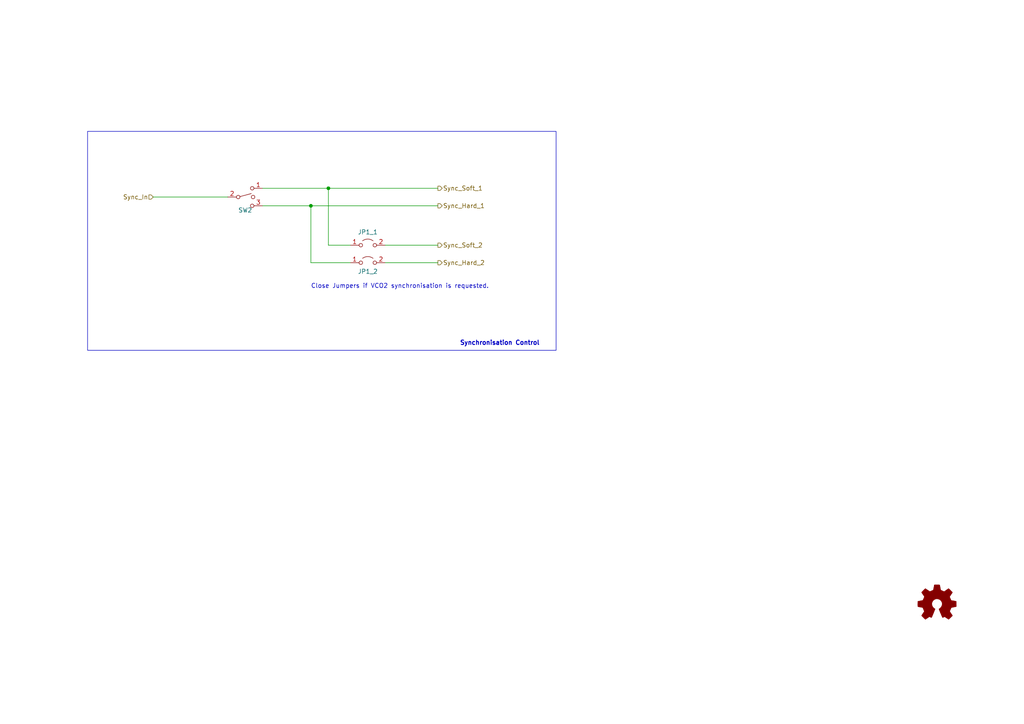
<source format=kicad_sch>
(kicad_sch (version 20230121) (generator eeschema)

  (uuid afd77ca3-218f-4831-bc8e-41d1a51b0453)

  (paper "A4")

  (title_block
    (title "2MoreVO")
    (date "2024-07-09")
    (rev "1.0")
    (company "ImooDi")
    (comment 1 "CC BY-NC-SA")
  )

  (lib_symbols
    (symbol "Graphic:Logo_Open_Hardware_Small" (in_bom no) (on_board no)
      (property "Reference" "#SYM" (at 0 6.985 0)
        (effects (font (size 1.27 1.27)) hide)
      )
      (property "Value" "Logo_Open_Hardware_Small" (at 0 -5.715 0)
        (effects (font (size 1.27 1.27)) hide)
      )
      (property "Footprint" "" (at 0 0 0)
        (effects (font (size 1.27 1.27)) hide)
      )
      (property "Datasheet" "~" (at 0 0 0)
        (effects (font (size 1.27 1.27)) hide)
      )
      (property "Sim.Enable" "0" (at 0 0 0)
        (effects (font (size 1.27 1.27)) hide)
      )
      (property "ki_keywords" "Logo" (at 0 0 0)
        (effects (font (size 1.27 1.27)) hide)
      )
      (property "ki_description" "Open Hardware logo, small" (at 0 0 0)
        (effects (font (size 1.27 1.27)) hide)
      )
      (symbol "Logo_Open_Hardware_Small_0_1"
        (polyline
          (pts
            (xy 3.3528 -4.3434)
            (xy 3.302 -4.318)
            (xy 3.175 -4.2418)
            (xy 2.9972 -4.1148)
            (xy 2.7686 -3.9624)
            (xy 2.54 -3.81)
            (xy 2.3622 -3.7084)
            (xy 2.2352 -3.6068)
            (xy 2.1844 -3.5814)
            (xy 2.159 -3.6068)
            (xy 2.0574 -3.6576)
            (xy 1.905 -3.7338)
            (xy 1.8034 -3.7846)
            (xy 1.6764 -3.8354)
            (xy 1.6002 -3.8354)
            (xy 1.6002 -3.8354)
            (xy 1.5494 -3.7338)
            (xy 1.4732 -3.5306)
            (xy 1.3462 -3.302)
            (xy 1.2446 -3.0226)
            (xy 1.1176 -2.7178)
            (xy 0.9652 -2.413)
            (xy 0.8636 -2.1082)
            (xy 0.7366 -1.8288)
            (xy 0.6604 -1.6256)
            (xy 0.6096 -1.4732)
            (xy 0.5842 -1.397)
            (xy 0.5842 -1.397)
            (xy 0.6604 -1.3208)
            (xy 0.7874 -1.2446)
            (xy 1.0414 -1.016)
            (xy 1.2954 -0.6858)
            (xy 1.4478 -0.3302)
            (xy 1.524 0.0762)
            (xy 1.4732 0.4572)
            (xy 1.3208 0.8128)
            (xy 1.0668 1.143)
            (xy 0.762 1.3716)
            (xy 0.4064 1.524)
            (xy 0 1.5748)
            (xy -0.381 1.5494)
            (xy -0.7366 1.397)
            (xy -1.0668 1.143)
            (xy -1.2192 0.9906)
            (xy -1.397 0.6604)
            (xy -1.524 0.3048)
            (xy -1.524 0.2286)
            (xy -1.4986 -0.1778)
            (xy -1.397 -0.5334)
            (xy -1.1938 -0.8636)
            (xy -0.9144 -1.143)
            (xy -0.8636 -1.1684)
            (xy -0.7366 -1.27)
            (xy -0.635 -1.3462)
            (xy -0.5842 -1.397)
            (xy -1.0668 -2.5908)
            (xy -1.143 -2.794)
            (xy -1.2954 -3.1242)
            (xy -1.397 -3.4036)
            (xy -1.4986 -3.6322)
            (xy -1.5748 -3.7846)
            (xy -1.6002 -3.8354)
            (xy -1.6002 -3.8354)
            (xy -1.651 -3.8354)
            (xy -1.7272 -3.81)
            (xy -1.905 -3.7338)
            (xy -2.0066 -3.683)
            (xy -2.1336 -3.6068)
            (xy -2.2098 -3.5814)
            (xy -2.2606 -3.6068)
            (xy -2.3622 -3.683)
            (xy -2.54 -3.81)
            (xy -2.7686 -3.9624)
            (xy -2.9718 -4.0894)
            (xy -3.1496 -4.2164)
            (xy -3.302 -4.318)
            (xy -3.3528 -4.3434)
            (xy -3.3782 -4.3434)
            (xy -3.429 -4.318)
            (xy -3.5306 -4.2164)
            (xy -3.7084 -4.064)
            (xy -3.937 -3.8354)
            (xy -3.9624 -3.81)
            (xy -4.1656 -3.6068)
            (xy -4.318 -3.4544)
            (xy -4.4196 -3.3274)
            (xy -4.445 -3.2766)
            (xy -4.445 -3.2766)
            (xy -4.4196 -3.2258)
            (xy -4.318 -3.0734)
            (xy -4.2164 -2.8956)
            (xy -4.064 -2.667)
            (xy -3.6576 -2.0828)
            (xy -3.8862 -1.5494)
            (xy -3.937 -1.3716)
            (xy -4.0386 -1.1684)
            (xy -4.0894 -1.0414)
            (xy -4.1148 -0.9652)
            (xy -4.191 -0.9398)
            (xy -4.318 -0.9144)
            (xy -4.5466 -0.8636)
            (xy -4.8006 -0.8128)
            (xy -5.0546 -0.7874)
            (xy -5.2578 -0.7366)
            (xy -5.4356 -0.7112)
            (xy -5.5118 -0.6858)
            (xy -5.5118 -0.6858)
            (xy -5.5372 -0.635)
            (xy -5.5372 -0.5588)
            (xy -5.5372 -0.4318)
            (xy -5.5626 -0.2286)
            (xy -5.5626 0.0762)
            (xy -5.5626 0.127)
            (xy -5.5372 0.4064)
            (xy -5.5372 0.635)
            (xy -5.5372 0.762)
            (xy -5.5372 0.8382)
            (xy -5.5372 0.8382)
            (xy -5.461 0.8382)
            (xy -5.3086 0.889)
            (xy -5.08 0.9144)
            (xy -4.826 0.9652)
            (xy -4.8006 0.9906)
            (xy -4.5466 1.0414)
            (xy -4.318 1.0668)
            (xy -4.1656 1.1176)
            (xy -4.0894 1.143)
            (xy -4.0894 1.143)
            (xy -4.0386 1.2446)
            (xy -3.9624 1.4224)
            (xy -3.8608 1.6256)
            (xy -3.7846 1.8288)
            (xy -3.7084 2.0066)
            (xy -3.6576 2.159)
            (xy -3.6322 2.2098)
            (xy -3.6322 2.2098)
            (xy -3.683 2.286)
            (xy -3.7592 2.413)
            (xy -3.8862 2.5908)
            (xy -4.064 2.8194)
            (xy -4.064 2.8448)
            (xy -4.2164 3.0734)
            (xy -4.3434 3.2512)
            (xy -4.4196 3.3782)
            (xy -4.445 3.4544)
            (xy -4.445 3.4544)
            (xy -4.3942 3.5052)
            (xy -4.2926 3.6322)
            (xy -4.1148 3.81)
            (xy -3.937 4.0132)
            (xy -3.8608 4.064)
            (xy -3.6576 4.2926)
            (xy -3.5052 4.4196)
            (xy -3.4036 4.4958)
            (xy -3.3528 4.5212)
            (xy -3.3528 4.5212)
            (xy -3.302 4.4704)
            (xy -3.1496 4.3688)
            (xy -2.9718 4.2418)
            (xy -2.7432 4.0894)
            (xy -2.7178 4.0894)
            (xy -2.4892 3.937)
            (xy -2.3114 3.81)
            (xy -2.1844 3.7084)
            (xy -2.1336 3.683)
            (xy -2.1082 3.683)
            (xy -2.032 3.7084)
            (xy -1.8542 3.7592)
            (xy -1.6764 3.8354)
            (xy -1.4732 3.937)
            (xy -1.27 4.0132)
            (xy -1.143 4.064)
            (xy -1.0668 4.1148)
            (xy -1.0668 4.1148)
            (xy -1.0414 4.191)
            (xy -1.016 4.3434)
            (xy -0.9652 4.572)
            (xy -0.9144 4.8514)
            (xy -0.889 4.9022)
            (xy -0.8382 5.1562)
            (xy -0.8128 5.3848)
            (xy -0.7874 5.5372)
            (xy -0.762 5.588)
            (xy -0.7112 5.6134)
            (xy -0.5842 5.6134)
            (xy -0.4064 5.6134)
            (xy -0.1524 5.6134)
            (xy 0.0762 5.6134)
            (xy 0.3302 5.6134)
            (xy 0.5334 5.6134)
            (xy 0.6858 5.588)
            (xy 0.7366 5.588)
            (xy 0.7366 5.588)
            (xy 0.762 5.5118)
            (xy 0.8128 5.334)
            (xy 0.8382 5.1054)
            (xy 0.9144 4.826)
            (xy 0.9144 4.7752)
            (xy 0.9652 4.5212)
            (xy 1.016 4.2926)
            (xy 1.0414 4.1402)
            (xy 1.0668 4.0894)
            (xy 1.0668 4.0894)
            (xy 1.1938 4.0386)
            (xy 1.3716 3.9624)
            (xy 1.5748 3.8608)
            (xy 2.0828 3.6576)
            (xy 2.7178 4.0894)
            (xy 2.7686 4.1402)
            (xy 2.9972 4.2926)
            (xy 3.175 4.4196)
            (xy 3.302 4.4958)
            (xy 3.3782 4.5212)
            (xy 3.3782 4.5212)
            (xy 3.429 4.4704)
            (xy 3.556 4.3434)
            (xy 3.7338 4.191)
            (xy 3.9116 3.9878)
            (xy 4.064 3.8354)
            (xy 4.2418 3.6576)
            (xy 4.3434 3.556)
            (xy 4.4196 3.4798)
            (xy 4.4196 3.429)
            (xy 4.4196 3.4036)
            (xy 4.3942 3.3274)
            (xy 4.2926 3.2004)
            (xy 4.1656 2.9972)
            (xy 4.0132 2.794)
            (xy 3.8862 2.5908)
            (xy 3.7592 2.3876)
            (xy 3.6576 2.2352)
            (xy 3.6322 2.159)
            (xy 3.6322 2.1336)
            (xy 3.683 2.0066)
            (xy 3.7592 1.8288)
            (xy 3.8608 1.6002)
            (xy 4.064 1.1176)
            (xy 4.3942 1.0414)
            (xy 4.5974 1.016)
            (xy 4.8768 0.9652)
            (xy 5.1308 0.9144)
            (xy 5.5372 0.8382)
            (xy 5.5626 -0.6604)
            (xy 5.4864 -0.6858)
            (xy 5.4356 -0.6858)
            (xy 5.2832 -0.7366)
            (xy 5.0546 -0.762)
            (xy 4.8006 -0.8128)
            (xy 4.5974 -0.8636)
            (xy 4.3688 -0.9144)
            (xy 4.2164 -0.9398)
            (xy 4.1402 -0.9398)
            (xy 4.1148 -0.9652)
            (xy 4.064 -1.0668)
            (xy 3.9878 -1.2446)
            (xy 3.9116 -1.4478)
            (xy 3.81 -1.651)
            (xy 3.7338 -1.8542)
            (xy 3.683 -2.0066)
            (xy 3.6576 -2.0828)
            (xy 3.683 -2.1336)
            (xy 3.7846 -2.2606)
            (xy 3.8862 -2.4638)
            (xy 4.0386 -2.667)
            (xy 4.191 -2.8956)
            (xy 4.318 -3.0734)
            (xy 4.3942 -3.2004)
            (xy 4.445 -3.2766)
            (xy 4.4196 -3.3274)
            (xy 4.3434 -3.429)
            (xy 4.1656 -3.5814)
            (xy 3.937 -3.8354)
            (xy 3.8862 -3.8608)
            (xy 3.683 -4.064)
            (xy 3.5306 -4.2164)
            (xy 3.4036 -4.318)
            (xy 3.3528 -4.3434)
          )
          (stroke (width 0) (type default))
          (fill (type outline))
        )
      )
    )
    (symbol "Library:Jumper_2_Open" (pin_names (offset 0) hide) (in_bom yes) (on_board yes)
      (property "Reference" "JP" (at 0 2.794 0)
        (effects (font (size 1.27 1.27)))
      )
      (property "Value" "Jumper_2_Open" (at 0 -2.286 0)
        (effects (font (size 1.27 1.27)))
      )
      (property "Footprint" "" (at 0 0 0)
        (effects (font (size 1.27 1.27)) hide)
      )
      (property "Datasheet" "~" (at 0 0 0)
        (effects (font (size 1.27 1.27)) hide)
      )
      (property "ki_keywords" "Jumper SPST" (at 0 0 0)
        (effects (font (size 1.27 1.27)) hide)
      )
      (property "ki_description" "Jumper, 2-pole, open" (at 0 0 0)
        (effects (font (size 1.27 1.27)) hide)
      )
      (property "ki_fp_filters" "Jumper* TestPoint*2Pads* TestPoint*Bridge*" (at 0 0 0)
        (effects (font (size 1.27 1.27)) hide)
      )
      (symbol "Jumper_2_Open_0_0"
        (circle (center -2.032 0) (radius 0.508)
          (stroke (width 0) (type default))
          (fill (type none))
        )
        (circle (center 2.032 0) (radius 0.508)
          (stroke (width 0) (type default))
          (fill (type none))
        )
      )
      (symbol "Jumper_2_Open_0_1"
        (arc (start 1.524 1.27) (mid 0 1.778) (end -1.524 1.27)
          (stroke (width 0) (type default))
          (fill (type none))
        )
      )
      (symbol "Jumper_2_Open_1_1"
        (pin passive line (at -5.08 0 0) (length 2.54)
          (name "A" (effects (font (size 1.27 1.27))))
          (number "1" (effects (font (size 1.27 1.27))))
        )
        (pin passive line (at 5.08 0 180) (length 2.54)
          (name "B" (effects (font (size 1.27 1.27))))
          (number "2" (effects (font (size 1.27 1.27))))
        )
      )
    )
    (symbol "Library:SW_SPDT_MSM" (pin_names (offset 0) hide) (in_bom yes) (on_board yes)
      (property "Reference" "SW" (at 0 5.08 0)
        (effects (font (size 1.27 1.27)))
      )
      (property "Value" "SW_SPDT_MSM" (at 0 -5.08 0)
        (effects (font (size 1.27 1.27)))
      )
      (property "Footprint" "" (at 0 0 0)
        (effects (font (size 1.27 1.27)) hide)
      )
      (property "Datasheet" "~" (at 0 0 0)
        (effects (font (size 1.27 1.27)) hide)
      )
      (property "ki_keywords" "switch spdt single-pole double-throw ON-OFF-ON" (at 0 0 0)
        (effects (font (size 1.27 1.27)) hide)
      )
      (property "ki_description" "Switch, single pole double throw, center OFF position" (at 0 0 0)
        (effects (font (size 1.27 1.27)) hide)
      )
      (symbol "SW_SPDT_MSM_0_0"
        (circle (center -2.032 0) (radius 0.508)
          (stroke (width 0) (type default))
          (fill (type none))
        )
        (polyline
          (pts
            (xy -1.524 0.127)
            (xy 1.778 1.016)
          )
          (stroke (width 0) (type default))
          (fill (type none))
        )
        (circle (center 2.032 -2.54) (radius 0.508)
          (stroke (width 0) (type default))
          (fill (type none))
        )
      )
      (symbol "SW_SPDT_MSM_0_1"
        (circle (center 2.032 2.54) (radius 0.508)
          (stroke (width 0) (type default))
          (fill (type none))
        )
        (circle (center 2.286 0) (radius 0.508)
          (stroke (width 0) (type default))
          (fill (type none))
        )
      )
      (symbol "SW_SPDT_MSM_1_1"
        (pin passive line (at 5.08 2.54 180) (length 2.54)
          (name "1" (effects (font (size 1.27 1.27))))
          (number "1" (effects (font (size 1.27 1.27))))
        )
        (pin passive line (at -5.08 0 0) (length 2.54)
          (name "2" (effects (font (size 1.27 1.27))))
          (number "2" (effects (font (size 1.27 1.27))))
        )
        (pin passive line (at 5.08 -2.54 180) (length 2.54)
          (name "3" (effects (font (size 1.27 1.27))))
          (number "3" (effects (font (size 1.27 1.27))))
        )
      )
    )
  )

  (junction (at 95.25 54.61) (diameter 0) (color 0 0 0 0)
    (uuid 93a61c49-36d3-474e-819e-ddac5b39f9fe)
  )
  (junction (at 90.17 59.69) (diameter 0) (color 0 0 0 0)
    (uuid c1b5b737-8d76-408c-9ba8-c2468908ea3c)
  )

  (wire (pts (xy 95.25 54.61) (xy 95.25 71.12))
    (stroke (width 0) (type default))
    (uuid 2292bfd8-9dd8-4ca2-b17a-0e4b4bd405be)
  )
  (wire (pts (xy 76.2 59.69) (xy 90.17 59.69))
    (stroke (width 0) (type default))
    (uuid 581cb721-f6d3-4399-b2d1-8b3e5431c032)
  )
  (wire (pts (xy 76.2 54.61) (xy 95.25 54.61))
    (stroke (width 0) (type default))
    (uuid 5856b038-4a83-4917-95f3-89fd9cbe4e47)
  )
  (wire (pts (xy 90.17 59.69) (xy 90.17 76.2))
    (stroke (width 0) (type default))
    (uuid 892aef45-7d82-4e92-8683-46aec01e0e92)
  )
  (wire (pts (xy 101.6 76.2) (xy 90.17 76.2))
    (stroke (width 0) (type default))
    (uuid 994cc5e2-bae4-4eb6-a8f2-94a3b5cf34e7)
  )
  (wire (pts (xy 90.17 59.69) (xy 127 59.69))
    (stroke (width 0) (type default))
    (uuid a9e414f4-75b0-4812-becd-a31638958165)
  )
  (wire (pts (xy 111.76 76.2) (xy 127 76.2))
    (stroke (width 0) (type default))
    (uuid ae575e61-7720-4749-a885-6a256059a7f8)
  )
  (wire (pts (xy 111.76 71.12) (xy 127 71.12))
    (stroke (width 0) (type default))
    (uuid b21f0e91-5c97-4e8e-9016-b1770efe4c48)
  )
  (wire (pts (xy 44.45 57.15) (xy 66.04 57.15))
    (stroke (width 0) (type default))
    (uuid dc8ec3d5-7a65-4039-ba15-4fe08824bfc7)
  )
  (wire (pts (xy 101.6 71.12) (xy 95.25 71.12))
    (stroke (width 0) (type default))
    (uuid fd7923f8-1344-4f8b-977b-bc9451a70164)
  )
  (wire (pts (xy 95.25 54.61) (xy 127 54.61))
    (stroke (width 0) (type default))
    (uuid fdadeb42-2cf5-4861-a06a-ca9ec41424a2)
  )

  (rectangle (start 25.4 38.1) (end 161.29 101.6)
    (stroke (width 0) (type default))
    (fill (type none))
    (uuid b3a8a55c-b9d9-4cbb-b4c8-83e8a8329c9a)
  )

  (text "Synchronisation Control" (at 133.35 100.33 0)
    (effects (font (size 1.27 1.27) (thickness 0.254) bold) (justify left bottom))
    (uuid c3688e4d-22e1-41e2-a84b-396fd723049f)
  )
  (text "Close Jumpers if VCO2 synchronisation is requested."
    (at 90.17 83.82 0)
    (effects (font (size 1.27 1.27)) (justify left bottom))
    (uuid c4e73f42-440b-41dd-81f6-913cc77694dc)
  )

  (hierarchical_label "Sync_Soft_1" (shape output) (at 127 54.61 0) (fields_autoplaced)
    (effects (font (size 1.27 1.27)) (justify left))
    (uuid 49547bf5-ad61-447f-8abd-54c78d03ef24)
  )
  (hierarchical_label "Sync_Hard_2" (shape output) (at 127 76.2 0) (fields_autoplaced)
    (effects (font (size 1.27 1.27)) (justify left))
    (uuid 7a1b801b-1501-4d27-a1cb-eac93c5a97cf)
  )
  (hierarchical_label "Sync_Soft_2" (shape output) (at 127 71.12 0) (fields_autoplaced)
    (effects (font (size 1.27 1.27)) (justify left))
    (uuid 97e6446e-2f20-4868-9645-b02134d830bb)
  )
  (hierarchical_label "Sync_In" (shape input) (at 44.45 57.15 180) (fields_autoplaced)
    (effects (font (size 1.27 1.27)) (justify right))
    (uuid e8670631-98b9-427a-853b-47204562bc74)
  )
  (hierarchical_label "Sync_Hard_1" (shape output) (at 127 59.69 0) (fields_autoplaced)
    (effects (font (size 1.27 1.27)) (justify left))
    (uuid f64dc61c-d424-48eb-893c-b323d5dee5b0)
  )

  (symbol (lib_id "Library:SW_SPDT_MSM") (at 71.12 57.15 0) (unit 1)
    (in_bom yes) (on_board yes) (dnp no)
    (uuid 1dc29517-5dbb-4b05-9f4e-3ebf8e54b2a8)
    (property "Reference" "SW2" (at 71.12 60.96 0)
      (effects (font (size 1.27 1.27)))
    )
    (property "Value" "SW_SPDT_MSM" (at 71.247 62.23 0)
      (effects (font (size 1.27 1.27)) hide)
    )
    (property "Footprint" "PCM_4ms_Switch:Switch_Toggle_SPDT_Mini_SolderLug" (at 71.12 57.15 0)
      (effects (font (size 1.27 1.27)) hide)
    )
    (property "Datasheet" "https://octopart.com/datasheet/a121k12kzq-electroswitch-54850" (at 71.12 57.15 0)
      (effects (font (size 1.27 1.27)) hide)
    )
    (property "Datasheet" "https://octopart.com/datasheet/a121k12kzq-electroswitch-54850" (at 71.12 57.15 0)
      (effects (font (size 1.27 1.27)) hide)
    )
    (pin "3" (uuid 61a3aeb6-9975-4a66-8bb5-b1447d2d7f99))
    (pin "1" (uuid 8896fb8e-6b38-4090-80f0-85fc748d5824))
    (pin "2" (uuid 88a25b4e-c9b4-46ac-8998-6cf5519b06da))
    (instances
      (project "2MoreVO"
        (path "/7f4ad635-7798-4811-9504-264912179fa8/bc1f4e4f-9067-4839-b9e3-be4f455cfe4a"
          (reference "SW2") (unit 1)
        )
        (path "/7f4ad635-7798-4811-9504-264912179fa8/7e503ba2-cf35-4127-96a3-53e6432e6eac"
          (reference "SW4") (unit 1)
        )
      )
      (project "2MoreVO_Motherboard_test"
        (path "/a3a69d0b-0aae-47cd-87f6-ad3f11131d3d"
          (reference "SW2") (unit 1)
        )
      )
    )
  )

  (symbol (lib_id "Library:Jumper_2_Open") (at 106.68 71.12 0) (unit 1)
    (in_bom yes) (on_board yes) (dnp no)
    (uuid 37f75002-7dde-4f09-af65-f390688e23c0)
    (property "Reference" "JP1_1" (at 106.68 67.31 0)
      (effects (font (size 1.27 1.27)))
    )
    (property "Value" "Jumper_2_Open" (at 106.68 67.31 0)
      (effects (font (size 1.27 1.27)) hide)
    )
    (property "Footprint" "Connector_PinHeader_2.54mm:PinHeader_1x02_P2.54mm_Horizontal" (at 106.68 71.12 0)
      (effects (font (size 1.27 1.27)) hide)
    )
    (property "Datasheet" "~" (at 106.68 71.12 0)
      (effects (font (size 1.27 1.27)) hide)
    )
    (pin "1" (uuid 93ae3d52-614f-4c54-9868-b3a5e3f617e1))
    (pin "2" (uuid 1ff7c7b7-9620-4d10-ae7e-af0a94142cd0))
    (instances
      (project "2MoreVO"
        (path "/7f4ad635-7798-4811-9504-264912179fa8/7e503ba2-cf35-4127-96a3-53e6432e6eac"
          (reference "JP1_1") (unit 1)
        )
      )
      (project "2MoreVO_Motherboard_test"
        (path "/a3a69d0b-0aae-47cd-87f6-ad3f11131d3d/6dca2b98-c41b-4e0d-9924-ad8ece48a6f3"
          (reference "JP1_2") (unit 1)
        )
      )
    )
  )

  (symbol (lib_id "Library:Jumper_2_Open") (at 106.68 76.2 0) (unit 1)
    (in_bom yes) (on_board yes) (dnp no)
    (uuid 3ceaa412-085c-4134-a8d3-0fc7cbaf8cea)
    (property "Reference" "JP1_2" (at 106.68 78.74 0)
      (effects (font (size 1.27 1.27)))
    )
    (property "Value" "Jumper_2_Open" (at 106.68 72.39 0)
      (effects (font (size 1.27 1.27)) hide)
    )
    (property "Footprint" "Connector_PinHeader_2.54mm:PinHeader_1x02_P2.54mm_Horizontal" (at 106.68 76.2 0)
      (effects (font (size 1.27 1.27)) hide)
    )
    (property "Datasheet" "~" (at 106.68 76.2 0)
      (effects (font (size 1.27 1.27)) hide)
    )
    (pin "1" (uuid 7f5b9f17-034c-4de5-b822-08343da26f9c))
    (pin "2" (uuid e0d270fe-bd6b-44c5-8049-469cfeeaf202))
    (instances
      (project "2MoreVO"
        (path "/7f4ad635-7798-4811-9504-264912179fa8/7e503ba2-cf35-4127-96a3-53e6432e6eac"
          (reference "JP1_2") (unit 1)
        )
      )
      (project "2MoreVO_Motherboard_test"
        (path "/a3a69d0b-0aae-47cd-87f6-ad3f11131d3d/6dca2b98-c41b-4e0d-9924-ad8ece48a6f3"
          (reference "JP1_2") (unit 1)
        )
      )
    )
  )

  (symbol (lib_id "Graphic:Logo_Open_Hardware_Small") (at 271.78 175.26 0) (unit 1)
    (in_bom no) (on_board no) (dnp no) (fields_autoplaced)
    (uuid bed08087-9f94-4fc4-aa0c-ba6e82e597de)
    (property "Reference" "#SYM1" (at 271.78 168.275 0)
      (effects (font (size 1.27 1.27)) hide)
    )
    (property "Value" "Logo_Open_Hardware_Small" (at 271.78 180.975 0)
      (effects (font (size 1.27 1.27)) hide)
    )
    (property "Footprint" "" (at 271.78 175.26 0)
      (effects (font (size 1.27 1.27)) hide)
    )
    (property "Datasheet" "~" (at 271.78 175.26 0)
      (effects (font (size 1.27 1.27)) hide)
    )
    (property "Sim.Enable" "0" (at 271.78 175.26 0)
      (effects (font (size 1.27 1.27)) hide)
    )
    (instances
      (project "2MoreVO"
        (path "/7f4ad635-7798-4811-9504-264912179fa8"
          (reference "#SYM1") (unit 1)
        )
        (path "/7f4ad635-7798-4811-9504-264912179fa8/5cc9b6bf-e21e-46c4-8d8a-07c689ea68be"
          (reference "#SYM3") (unit 1)
        )
        (path "/7f4ad635-7798-4811-9504-264912179fa8/bc1f4e4f-9067-4839-b9e3-be4f455cfe4a"
          (reference "#SYM4") (unit 1)
        )
        (path "/7f4ad635-7798-4811-9504-264912179fa8/7e503ba2-cf35-4127-96a3-53e6432e6eac"
          (reference "#SYM4") (unit 1)
        )
      )
    )
  )
)

</source>
